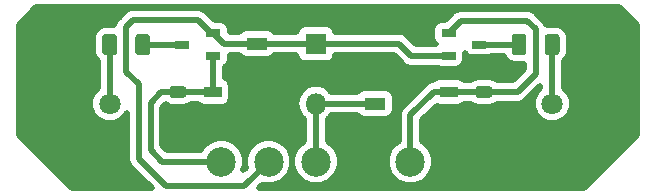
<source format=gbr>
G04 #@! TF.GenerationSoftware,KiCad,Pcbnew,(5.0.0)*
G04 #@! TF.CreationDate,2018-08-20T08:15:06+02:00*
G04 #@! TF.ProjectId,CockpitLED,436F636B7069744C45442E6B69636164,rev?*
G04 #@! TF.SameCoordinates,Original*
G04 #@! TF.FileFunction,Copper,L1,Top,Signal*
G04 #@! TF.FilePolarity,Positive*
%FSLAX46Y46*%
G04 Gerber Fmt 4.6, Leading zero omitted, Abs format (unit mm)*
G04 Created by KiCad (PCBNEW (5.0.0)) date 08/20/18 08:15:06*
%MOMM*%
%LPD*%
G01*
G04 APERTURE LIST*
G04 #@! TA.AperFunction,SMDPad,CuDef*
%ADD10R,1.500000X0.970000*%
G04 #@! TD*
G04 #@! TA.AperFunction,SMDPad,CuDef*
%ADD11R,1.800000X1.070000*%
G04 #@! TD*
G04 #@! TA.AperFunction,ComponentPad*
%ADD12R,1.800000X1.800000*%
G04 #@! TD*
G04 #@! TA.AperFunction,ComponentPad*
%ADD13O,1.800000X1.800000*%
G04 #@! TD*
G04 #@! TA.AperFunction,ComponentPad*
%ADD14C,1.800000*%
G04 #@! TD*
G04 #@! TA.AperFunction,SMDPad,CuDef*
%ADD15R,1.220000X0.650000*%
G04 #@! TD*
G04 #@! TA.AperFunction,Conductor*
%ADD16C,0.100000*%
G04 #@! TD*
G04 #@! TA.AperFunction,SMDPad,CuDef*
%ADD17C,0.975000*%
G04 #@! TD*
G04 #@! TA.AperFunction,SMDPad,CuDef*
%ADD18C,1.250000*%
G04 #@! TD*
G04 #@! TA.AperFunction,ComponentPad*
%ADD19C,2.499360*%
G04 #@! TD*
G04 #@! TA.AperFunction,Conductor*
%ADD20C,0.500000*%
G04 #@! TD*
G04 APERTURE END LIST*
D10*
G04 #@! TO.P,C4,2*
G04 #@! TO.N,GND*
X151230000Y-110905000D03*
G04 #@! TO.P,C4,1*
G04 #@! TO.N,/BMS*
X151230000Y-108995000D03*
G04 #@! TD*
D11*
G04 #@! TO.P,C2,2*
G04 #@! TO.N,GND*
X145000000Y-106990000D03*
G04 #@! TO.P,C2,1*
G04 #@! TO.N,+5V*
X145000000Y-110000000D03*
G04 #@! TD*
D10*
G04 #@! TO.P,C3,1*
G04 #@! TO.N,/IMD*
X131310000Y-108995000D03*
G04 #@! TO.P,C3,2*
G04 #@! TO.N,GND*
X131310000Y-110905000D03*
G04 #@! TD*
D12*
G04 #@! TO.P,U1,1*
G04 #@! TO.N,+12V*
X140000000Y-104920000D03*
D13*
G04 #@! TO.P,U1,2*
G04 #@! TO.N,GND*
X140000000Y-107460000D03*
G04 #@! TO.P,U1,3*
G04 #@! TO.N,+5V*
X140000000Y-110000000D03*
G04 #@! TD*
D11*
G04 #@! TO.P,C1,1*
G04 #@! TO.N,+12V*
X135000000Y-104920000D03*
G04 #@! TO.P,C1,2*
G04 #@! TO.N,GND*
X135000000Y-107930000D03*
G04 #@! TD*
D12*
G04 #@! TO.P,D1,1*
G04 #@! TO.N,GND*
X120000000Y-110000000D03*
D14*
G04 #@! TO.P,D1,2*
G04 #@! TO.N,Net-(D1-Pad2)*
X122540000Y-110000000D03*
G04 #@! TD*
G04 #@! TO.P,D2,2*
G04 #@! TO.N,Net-(D2-Pad2)*
X160000000Y-110000000D03*
D12*
G04 #@! TO.P,D2,1*
G04 #@! TO.N,GND*
X162540000Y-110000000D03*
G04 #@! TD*
D15*
G04 #@! TO.P,Q1,1*
G04 #@! TO.N,/IMD*
X131310000Y-105950000D03*
G04 #@! TO.P,Q1,2*
G04 #@! TO.N,+12V*
X131310000Y-104050000D03*
G04 #@! TO.P,Q1,3*
G04 #@! TO.N,Net-(Q1-Pad3)*
X128690000Y-105000000D03*
G04 #@! TD*
G04 #@! TO.P,Q2,3*
G04 #@! TO.N,Net-(Q2-Pad3)*
X153850000Y-105000000D03*
G04 #@! TO.P,Q2,2*
G04 #@! TO.N,+12V*
X151230000Y-105950000D03*
G04 #@! TO.P,Q2,1*
G04 #@! TO.N,/BMS*
X151230000Y-104050000D03*
G04 #@! TD*
D16*
G04 #@! TO.N,/IMD*
G04 #@! TO.C,R1*
G36*
X128790142Y-108526174D02*
X128813803Y-108529684D01*
X128837007Y-108535496D01*
X128859529Y-108543554D01*
X128881153Y-108553782D01*
X128901670Y-108566079D01*
X128920883Y-108580329D01*
X128938607Y-108596393D01*
X128954671Y-108614117D01*
X128968921Y-108633330D01*
X128981218Y-108653847D01*
X128991446Y-108675471D01*
X128999504Y-108697993D01*
X129005316Y-108721197D01*
X129008826Y-108744858D01*
X129010000Y-108768750D01*
X129010000Y-109256250D01*
X129008826Y-109280142D01*
X129005316Y-109303803D01*
X128999504Y-109327007D01*
X128991446Y-109349529D01*
X128981218Y-109371153D01*
X128968921Y-109391670D01*
X128954671Y-109410883D01*
X128938607Y-109428607D01*
X128920883Y-109444671D01*
X128901670Y-109458921D01*
X128881153Y-109471218D01*
X128859529Y-109481446D01*
X128837007Y-109489504D01*
X128813803Y-109495316D01*
X128790142Y-109498826D01*
X128766250Y-109500000D01*
X127853750Y-109500000D01*
X127829858Y-109498826D01*
X127806197Y-109495316D01*
X127782993Y-109489504D01*
X127760471Y-109481446D01*
X127738847Y-109471218D01*
X127718330Y-109458921D01*
X127699117Y-109444671D01*
X127681393Y-109428607D01*
X127665329Y-109410883D01*
X127651079Y-109391670D01*
X127638782Y-109371153D01*
X127628554Y-109349529D01*
X127620496Y-109327007D01*
X127614684Y-109303803D01*
X127611174Y-109280142D01*
X127610000Y-109256250D01*
X127610000Y-108768750D01*
X127611174Y-108744858D01*
X127614684Y-108721197D01*
X127620496Y-108697993D01*
X127628554Y-108675471D01*
X127638782Y-108653847D01*
X127651079Y-108633330D01*
X127665329Y-108614117D01*
X127681393Y-108596393D01*
X127699117Y-108580329D01*
X127718330Y-108566079D01*
X127738847Y-108553782D01*
X127760471Y-108543554D01*
X127782993Y-108535496D01*
X127806197Y-108529684D01*
X127829858Y-108526174D01*
X127853750Y-108525000D01*
X128766250Y-108525000D01*
X128790142Y-108526174D01*
X128790142Y-108526174D01*
G37*
D17*
G04 #@! TD*
G04 #@! TO.P,R1,1*
G04 #@! TO.N,/IMD*
X128310000Y-109012500D03*
D16*
G04 #@! TO.N,GND*
G04 #@! TO.C,R1*
G36*
X128790142Y-110401174D02*
X128813803Y-110404684D01*
X128837007Y-110410496D01*
X128859529Y-110418554D01*
X128881153Y-110428782D01*
X128901670Y-110441079D01*
X128920883Y-110455329D01*
X128938607Y-110471393D01*
X128954671Y-110489117D01*
X128968921Y-110508330D01*
X128981218Y-110528847D01*
X128991446Y-110550471D01*
X128999504Y-110572993D01*
X129005316Y-110596197D01*
X129008826Y-110619858D01*
X129010000Y-110643750D01*
X129010000Y-111131250D01*
X129008826Y-111155142D01*
X129005316Y-111178803D01*
X128999504Y-111202007D01*
X128991446Y-111224529D01*
X128981218Y-111246153D01*
X128968921Y-111266670D01*
X128954671Y-111285883D01*
X128938607Y-111303607D01*
X128920883Y-111319671D01*
X128901670Y-111333921D01*
X128881153Y-111346218D01*
X128859529Y-111356446D01*
X128837007Y-111364504D01*
X128813803Y-111370316D01*
X128790142Y-111373826D01*
X128766250Y-111375000D01*
X127853750Y-111375000D01*
X127829858Y-111373826D01*
X127806197Y-111370316D01*
X127782993Y-111364504D01*
X127760471Y-111356446D01*
X127738847Y-111346218D01*
X127718330Y-111333921D01*
X127699117Y-111319671D01*
X127681393Y-111303607D01*
X127665329Y-111285883D01*
X127651079Y-111266670D01*
X127638782Y-111246153D01*
X127628554Y-111224529D01*
X127620496Y-111202007D01*
X127614684Y-111178803D01*
X127611174Y-111155142D01*
X127610000Y-111131250D01*
X127610000Y-110643750D01*
X127611174Y-110619858D01*
X127614684Y-110596197D01*
X127620496Y-110572993D01*
X127628554Y-110550471D01*
X127638782Y-110528847D01*
X127651079Y-110508330D01*
X127665329Y-110489117D01*
X127681393Y-110471393D01*
X127699117Y-110455329D01*
X127718330Y-110441079D01*
X127738847Y-110428782D01*
X127760471Y-110418554D01*
X127782993Y-110410496D01*
X127806197Y-110404684D01*
X127829858Y-110401174D01*
X127853750Y-110400000D01*
X128766250Y-110400000D01*
X128790142Y-110401174D01*
X128790142Y-110401174D01*
G37*
D17*
G04 #@! TD*
G04 #@! TO.P,R1,2*
G04 #@! TO.N,GND*
X128310000Y-110887500D03*
D16*
G04 #@! TO.N,Net-(Q1-Pad3)*
G04 #@! TO.C,R2*
G36*
X125739504Y-104126204D02*
X125763773Y-104129804D01*
X125787571Y-104135765D01*
X125810671Y-104144030D01*
X125832849Y-104154520D01*
X125853893Y-104167133D01*
X125873598Y-104181747D01*
X125891777Y-104198223D01*
X125908253Y-104216402D01*
X125922867Y-104236107D01*
X125935480Y-104257151D01*
X125945970Y-104279329D01*
X125954235Y-104302429D01*
X125960196Y-104326227D01*
X125963796Y-104350496D01*
X125965000Y-104375000D01*
X125965000Y-105625000D01*
X125963796Y-105649504D01*
X125960196Y-105673773D01*
X125954235Y-105697571D01*
X125945970Y-105720671D01*
X125935480Y-105742849D01*
X125922867Y-105763893D01*
X125908253Y-105783598D01*
X125891777Y-105801777D01*
X125873598Y-105818253D01*
X125853893Y-105832867D01*
X125832849Y-105845480D01*
X125810671Y-105855970D01*
X125787571Y-105864235D01*
X125763773Y-105870196D01*
X125739504Y-105873796D01*
X125715000Y-105875000D01*
X124965000Y-105875000D01*
X124940496Y-105873796D01*
X124916227Y-105870196D01*
X124892429Y-105864235D01*
X124869329Y-105855970D01*
X124847151Y-105845480D01*
X124826107Y-105832867D01*
X124806402Y-105818253D01*
X124788223Y-105801777D01*
X124771747Y-105783598D01*
X124757133Y-105763893D01*
X124744520Y-105742849D01*
X124734030Y-105720671D01*
X124725765Y-105697571D01*
X124719804Y-105673773D01*
X124716204Y-105649504D01*
X124715000Y-105625000D01*
X124715000Y-104375000D01*
X124716204Y-104350496D01*
X124719804Y-104326227D01*
X124725765Y-104302429D01*
X124734030Y-104279329D01*
X124744520Y-104257151D01*
X124757133Y-104236107D01*
X124771747Y-104216402D01*
X124788223Y-104198223D01*
X124806402Y-104181747D01*
X124826107Y-104167133D01*
X124847151Y-104154520D01*
X124869329Y-104144030D01*
X124892429Y-104135765D01*
X124916227Y-104129804D01*
X124940496Y-104126204D01*
X124965000Y-104125000D01*
X125715000Y-104125000D01*
X125739504Y-104126204D01*
X125739504Y-104126204D01*
G37*
D18*
G04 #@! TD*
G04 #@! TO.P,R2,1*
G04 #@! TO.N,Net-(Q1-Pad3)*
X125340000Y-105000000D03*
D16*
G04 #@! TO.N,Net-(D1-Pad2)*
G04 #@! TO.C,R2*
G36*
X122939504Y-104126204D02*
X122963773Y-104129804D01*
X122987571Y-104135765D01*
X123010671Y-104144030D01*
X123032849Y-104154520D01*
X123053893Y-104167133D01*
X123073598Y-104181747D01*
X123091777Y-104198223D01*
X123108253Y-104216402D01*
X123122867Y-104236107D01*
X123135480Y-104257151D01*
X123145970Y-104279329D01*
X123154235Y-104302429D01*
X123160196Y-104326227D01*
X123163796Y-104350496D01*
X123165000Y-104375000D01*
X123165000Y-105625000D01*
X123163796Y-105649504D01*
X123160196Y-105673773D01*
X123154235Y-105697571D01*
X123145970Y-105720671D01*
X123135480Y-105742849D01*
X123122867Y-105763893D01*
X123108253Y-105783598D01*
X123091777Y-105801777D01*
X123073598Y-105818253D01*
X123053893Y-105832867D01*
X123032849Y-105845480D01*
X123010671Y-105855970D01*
X122987571Y-105864235D01*
X122963773Y-105870196D01*
X122939504Y-105873796D01*
X122915000Y-105875000D01*
X122165000Y-105875000D01*
X122140496Y-105873796D01*
X122116227Y-105870196D01*
X122092429Y-105864235D01*
X122069329Y-105855970D01*
X122047151Y-105845480D01*
X122026107Y-105832867D01*
X122006402Y-105818253D01*
X121988223Y-105801777D01*
X121971747Y-105783598D01*
X121957133Y-105763893D01*
X121944520Y-105742849D01*
X121934030Y-105720671D01*
X121925765Y-105697571D01*
X121919804Y-105673773D01*
X121916204Y-105649504D01*
X121915000Y-105625000D01*
X121915000Y-104375000D01*
X121916204Y-104350496D01*
X121919804Y-104326227D01*
X121925765Y-104302429D01*
X121934030Y-104279329D01*
X121944520Y-104257151D01*
X121957133Y-104236107D01*
X121971747Y-104216402D01*
X121988223Y-104198223D01*
X122006402Y-104181747D01*
X122026107Y-104167133D01*
X122047151Y-104154520D01*
X122069329Y-104144030D01*
X122092429Y-104135765D01*
X122116227Y-104129804D01*
X122140496Y-104126204D01*
X122165000Y-104125000D01*
X122915000Y-104125000D01*
X122939504Y-104126204D01*
X122939504Y-104126204D01*
G37*
D18*
G04 #@! TD*
G04 #@! TO.P,R2,2*
G04 #@! TO.N,Net-(D1-Pad2)*
X122540000Y-105000000D03*
D16*
G04 #@! TO.N,GND*
G04 #@! TO.C,R3*
G36*
X154710142Y-110401174D02*
X154733803Y-110404684D01*
X154757007Y-110410496D01*
X154779529Y-110418554D01*
X154801153Y-110428782D01*
X154821670Y-110441079D01*
X154840883Y-110455329D01*
X154858607Y-110471393D01*
X154874671Y-110489117D01*
X154888921Y-110508330D01*
X154901218Y-110528847D01*
X154911446Y-110550471D01*
X154919504Y-110572993D01*
X154925316Y-110596197D01*
X154928826Y-110619858D01*
X154930000Y-110643750D01*
X154930000Y-111131250D01*
X154928826Y-111155142D01*
X154925316Y-111178803D01*
X154919504Y-111202007D01*
X154911446Y-111224529D01*
X154901218Y-111246153D01*
X154888921Y-111266670D01*
X154874671Y-111285883D01*
X154858607Y-111303607D01*
X154840883Y-111319671D01*
X154821670Y-111333921D01*
X154801153Y-111346218D01*
X154779529Y-111356446D01*
X154757007Y-111364504D01*
X154733803Y-111370316D01*
X154710142Y-111373826D01*
X154686250Y-111375000D01*
X153773750Y-111375000D01*
X153749858Y-111373826D01*
X153726197Y-111370316D01*
X153702993Y-111364504D01*
X153680471Y-111356446D01*
X153658847Y-111346218D01*
X153638330Y-111333921D01*
X153619117Y-111319671D01*
X153601393Y-111303607D01*
X153585329Y-111285883D01*
X153571079Y-111266670D01*
X153558782Y-111246153D01*
X153548554Y-111224529D01*
X153540496Y-111202007D01*
X153534684Y-111178803D01*
X153531174Y-111155142D01*
X153530000Y-111131250D01*
X153530000Y-110643750D01*
X153531174Y-110619858D01*
X153534684Y-110596197D01*
X153540496Y-110572993D01*
X153548554Y-110550471D01*
X153558782Y-110528847D01*
X153571079Y-110508330D01*
X153585329Y-110489117D01*
X153601393Y-110471393D01*
X153619117Y-110455329D01*
X153638330Y-110441079D01*
X153658847Y-110428782D01*
X153680471Y-110418554D01*
X153702993Y-110410496D01*
X153726197Y-110404684D01*
X153749858Y-110401174D01*
X153773750Y-110400000D01*
X154686250Y-110400000D01*
X154710142Y-110401174D01*
X154710142Y-110401174D01*
G37*
D17*
G04 #@! TD*
G04 #@! TO.P,R3,2*
G04 #@! TO.N,GND*
X154230000Y-110887500D03*
D16*
G04 #@! TO.N,/BMS*
G04 #@! TO.C,R3*
G36*
X154710142Y-108526174D02*
X154733803Y-108529684D01*
X154757007Y-108535496D01*
X154779529Y-108543554D01*
X154801153Y-108553782D01*
X154821670Y-108566079D01*
X154840883Y-108580329D01*
X154858607Y-108596393D01*
X154874671Y-108614117D01*
X154888921Y-108633330D01*
X154901218Y-108653847D01*
X154911446Y-108675471D01*
X154919504Y-108697993D01*
X154925316Y-108721197D01*
X154928826Y-108744858D01*
X154930000Y-108768750D01*
X154930000Y-109256250D01*
X154928826Y-109280142D01*
X154925316Y-109303803D01*
X154919504Y-109327007D01*
X154911446Y-109349529D01*
X154901218Y-109371153D01*
X154888921Y-109391670D01*
X154874671Y-109410883D01*
X154858607Y-109428607D01*
X154840883Y-109444671D01*
X154821670Y-109458921D01*
X154801153Y-109471218D01*
X154779529Y-109481446D01*
X154757007Y-109489504D01*
X154733803Y-109495316D01*
X154710142Y-109498826D01*
X154686250Y-109500000D01*
X153773750Y-109500000D01*
X153749858Y-109498826D01*
X153726197Y-109495316D01*
X153702993Y-109489504D01*
X153680471Y-109481446D01*
X153658847Y-109471218D01*
X153638330Y-109458921D01*
X153619117Y-109444671D01*
X153601393Y-109428607D01*
X153585329Y-109410883D01*
X153571079Y-109391670D01*
X153558782Y-109371153D01*
X153548554Y-109349529D01*
X153540496Y-109327007D01*
X153534684Y-109303803D01*
X153531174Y-109280142D01*
X153530000Y-109256250D01*
X153530000Y-108768750D01*
X153531174Y-108744858D01*
X153534684Y-108721197D01*
X153540496Y-108697993D01*
X153548554Y-108675471D01*
X153558782Y-108653847D01*
X153571079Y-108633330D01*
X153585329Y-108614117D01*
X153601393Y-108596393D01*
X153619117Y-108580329D01*
X153638330Y-108566079D01*
X153658847Y-108553782D01*
X153680471Y-108543554D01*
X153702993Y-108535496D01*
X153726197Y-108529684D01*
X153749858Y-108526174D01*
X153773750Y-108525000D01*
X154686250Y-108525000D01*
X154710142Y-108526174D01*
X154710142Y-108526174D01*
G37*
D17*
G04 #@! TD*
G04 #@! TO.P,R3,1*
G04 #@! TO.N,/BMS*
X154230000Y-109012500D03*
D16*
G04 #@! TO.N,Net-(D2-Pad2)*
G04 #@! TO.C,R4*
G36*
X160399504Y-104126204D02*
X160423773Y-104129804D01*
X160447571Y-104135765D01*
X160470671Y-104144030D01*
X160492849Y-104154520D01*
X160513893Y-104167133D01*
X160533598Y-104181747D01*
X160551777Y-104198223D01*
X160568253Y-104216402D01*
X160582867Y-104236107D01*
X160595480Y-104257151D01*
X160605970Y-104279329D01*
X160614235Y-104302429D01*
X160620196Y-104326227D01*
X160623796Y-104350496D01*
X160625000Y-104375000D01*
X160625000Y-105625000D01*
X160623796Y-105649504D01*
X160620196Y-105673773D01*
X160614235Y-105697571D01*
X160605970Y-105720671D01*
X160595480Y-105742849D01*
X160582867Y-105763893D01*
X160568253Y-105783598D01*
X160551777Y-105801777D01*
X160533598Y-105818253D01*
X160513893Y-105832867D01*
X160492849Y-105845480D01*
X160470671Y-105855970D01*
X160447571Y-105864235D01*
X160423773Y-105870196D01*
X160399504Y-105873796D01*
X160375000Y-105875000D01*
X159625000Y-105875000D01*
X159600496Y-105873796D01*
X159576227Y-105870196D01*
X159552429Y-105864235D01*
X159529329Y-105855970D01*
X159507151Y-105845480D01*
X159486107Y-105832867D01*
X159466402Y-105818253D01*
X159448223Y-105801777D01*
X159431747Y-105783598D01*
X159417133Y-105763893D01*
X159404520Y-105742849D01*
X159394030Y-105720671D01*
X159385765Y-105697571D01*
X159379804Y-105673773D01*
X159376204Y-105649504D01*
X159375000Y-105625000D01*
X159375000Y-104375000D01*
X159376204Y-104350496D01*
X159379804Y-104326227D01*
X159385765Y-104302429D01*
X159394030Y-104279329D01*
X159404520Y-104257151D01*
X159417133Y-104236107D01*
X159431747Y-104216402D01*
X159448223Y-104198223D01*
X159466402Y-104181747D01*
X159486107Y-104167133D01*
X159507151Y-104154520D01*
X159529329Y-104144030D01*
X159552429Y-104135765D01*
X159576227Y-104129804D01*
X159600496Y-104126204D01*
X159625000Y-104125000D01*
X160375000Y-104125000D01*
X160399504Y-104126204D01*
X160399504Y-104126204D01*
G37*
D18*
G04 #@! TD*
G04 #@! TO.P,R4,2*
G04 #@! TO.N,Net-(D2-Pad2)*
X160000000Y-105000000D03*
D16*
G04 #@! TO.N,Net-(Q2-Pad3)*
G04 #@! TO.C,R4*
G36*
X157599504Y-104126204D02*
X157623773Y-104129804D01*
X157647571Y-104135765D01*
X157670671Y-104144030D01*
X157692849Y-104154520D01*
X157713893Y-104167133D01*
X157733598Y-104181747D01*
X157751777Y-104198223D01*
X157768253Y-104216402D01*
X157782867Y-104236107D01*
X157795480Y-104257151D01*
X157805970Y-104279329D01*
X157814235Y-104302429D01*
X157820196Y-104326227D01*
X157823796Y-104350496D01*
X157825000Y-104375000D01*
X157825000Y-105625000D01*
X157823796Y-105649504D01*
X157820196Y-105673773D01*
X157814235Y-105697571D01*
X157805970Y-105720671D01*
X157795480Y-105742849D01*
X157782867Y-105763893D01*
X157768253Y-105783598D01*
X157751777Y-105801777D01*
X157733598Y-105818253D01*
X157713893Y-105832867D01*
X157692849Y-105845480D01*
X157670671Y-105855970D01*
X157647571Y-105864235D01*
X157623773Y-105870196D01*
X157599504Y-105873796D01*
X157575000Y-105875000D01*
X156825000Y-105875000D01*
X156800496Y-105873796D01*
X156776227Y-105870196D01*
X156752429Y-105864235D01*
X156729329Y-105855970D01*
X156707151Y-105845480D01*
X156686107Y-105832867D01*
X156666402Y-105818253D01*
X156648223Y-105801777D01*
X156631747Y-105783598D01*
X156617133Y-105763893D01*
X156604520Y-105742849D01*
X156594030Y-105720671D01*
X156585765Y-105697571D01*
X156579804Y-105673773D01*
X156576204Y-105649504D01*
X156575000Y-105625000D01*
X156575000Y-104375000D01*
X156576204Y-104350496D01*
X156579804Y-104326227D01*
X156585765Y-104302429D01*
X156594030Y-104279329D01*
X156604520Y-104257151D01*
X156617133Y-104236107D01*
X156631747Y-104216402D01*
X156648223Y-104198223D01*
X156666402Y-104181747D01*
X156686107Y-104167133D01*
X156707151Y-104154520D01*
X156729329Y-104144030D01*
X156752429Y-104135765D01*
X156776227Y-104129804D01*
X156800496Y-104126204D01*
X156825000Y-104125000D01*
X157575000Y-104125000D01*
X157599504Y-104126204D01*
X157599504Y-104126204D01*
G37*
D18*
G04 #@! TD*
G04 #@! TO.P,R4,1*
G04 #@! TO.N,Net-(Q2-Pad3)*
X157200000Y-105000000D03*
D19*
G04 #@! TO.P,REF\002A\002A,1*
G04 #@! TO.N,/BMS*
X148000000Y-114920000D03*
G04 #@! TD*
G04 #@! TO.P,REF\002A\002A,1*
G04 #@! TO.N,GND*
X144000000Y-114920000D03*
G04 #@! TD*
G04 #@! TO.P,REF\002A\002A,1*
G04 #@! TO.N,+5V*
X140000000Y-114920000D03*
G04 #@! TD*
G04 #@! TO.P,REF\002A\002A,1*
G04 #@! TO.N,/IMD*
X132000000Y-114920000D03*
G04 #@! TD*
G04 #@! TO.P,REF\002A\002A,1*
G04 #@! TO.N,+12V*
X136000000Y-114920000D03*
G04 #@! TD*
D20*
G04 #@! TO.N,GND*
X131292500Y-110887500D02*
X131310000Y-110905000D01*
X128310000Y-110887500D02*
X131292500Y-110887500D01*
X140470000Y-106990000D02*
X140000000Y-107460000D01*
X145000000Y-106990000D02*
X140470000Y-106990000D01*
X154212500Y-110905000D02*
X154230000Y-110887500D01*
X151230000Y-110905000D02*
X154212500Y-110905000D01*
X154230000Y-110887500D02*
X157967500Y-110887500D01*
X157967500Y-110887500D02*
X159000000Y-111920000D01*
X159000000Y-111920000D02*
X162000000Y-111920000D01*
X162540000Y-111380000D02*
X162000000Y-111920000D01*
X162540000Y-110000000D02*
X162540000Y-111380000D01*
X139530000Y-107930000D02*
X140000000Y-107460000D01*
X135000000Y-107930000D02*
X139530000Y-107930000D01*
X162540000Y-104460000D02*
X162540000Y-110000000D01*
X160000000Y-101920000D02*
X162540000Y-104460000D01*
X123000000Y-101920000D02*
X160000000Y-101920000D01*
X120000000Y-110000000D02*
X120000000Y-104920000D01*
X120000000Y-104920000D02*
X123000000Y-101920000D01*
X132025000Y-110905000D02*
X135000000Y-107930000D01*
X131310000Y-110905000D02*
X132025000Y-110905000D01*
X145990000Y-106990000D02*
X145000000Y-106990000D01*
X147000000Y-108000000D02*
X145990000Y-106990000D01*
X147000000Y-111000000D02*
X147000000Y-108000000D01*
X144000000Y-114920000D02*
X144000000Y-114000000D01*
X144000000Y-114000000D02*
X147000000Y-111000000D01*
X144000000Y-114920000D02*
X144000000Y-115000000D01*
X144000000Y-115000000D02*
X146000000Y-117000000D01*
X146000000Y-117000000D02*
X150000000Y-117000000D01*
X151230000Y-115770000D02*
X151230000Y-110905000D01*
X150000000Y-117000000D02*
X151230000Y-115770000D01*
G04 #@! TO.N,Net-(D1-Pad2)*
X122540000Y-110000000D02*
X122540000Y-105000000D01*
G04 #@! TO.N,Net-(D2-Pad2)*
X160000000Y-105000000D02*
X160000000Y-110000000D01*
G04 #@! TO.N,+12V*
X135000000Y-104920000D02*
X140000000Y-104920000D01*
X132180000Y-104920000D02*
X131310000Y-104050000D01*
X135000000Y-104920000D02*
X132180000Y-104920000D01*
X140000000Y-104920000D02*
X147000000Y-104920000D01*
X148030000Y-105950000D02*
X151230000Y-105950000D01*
X147000000Y-104920000D02*
X148030000Y-105950000D01*
X133920000Y-117000000D02*
X136000000Y-114920000D01*
X125000000Y-114660000D02*
X127340000Y-117000000D01*
X127340000Y-117000000D02*
X133920000Y-117000000D01*
X131310000Y-104050000D02*
X131130000Y-104050000D01*
X125000000Y-108360000D02*
X125000000Y-114660000D01*
X130000000Y-102920000D02*
X124520000Y-102920000D01*
X131130000Y-104050000D02*
X130000000Y-102920000D01*
X124520000Y-102920000D02*
X123940000Y-103500000D01*
X123940000Y-103500000D02*
X123940000Y-107300000D01*
X123940000Y-107300000D02*
X125000000Y-108360000D01*
G04 #@! TO.N,/IMD*
X131310000Y-108995000D02*
X131310000Y-105950000D01*
X128327500Y-108995000D02*
X128310000Y-109012500D01*
X131310000Y-108995000D02*
X128327500Y-108995000D01*
X128310000Y-109012500D02*
X126907500Y-109012500D01*
X126907500Y-109012500D02*
X126000000Y-109920000D01*
X126000000Y-109920000D02*
X126000000Y-113920000D01*
X127000000Y-114920000D02*
X132000000Y-114920000D01*
X126000000Y-113920000D02*
X127000000Y-114920000D01*
G04 #@! TO.N,/BMS*
X154212500Y-108995000D02*
X154230000Y-109012500D01*
X151230000Y-108995000D02*
X154212500Y-108995000D01*
X154230000Y-109012500D02*
X157087500Y-109012500D01*
X157087500Y-109012500D02*
X158600000Y-107500000D01*
X158600000Y-107500000D02*
X158600000Y-103700000D01*
X158600000Y-103700000D02*
X157900000Y-103000000D01*
X152280000Y-103000000D02*
X151230000Y-104050000D01*
X157900000Y-103000000D02*
X152280000Y-103000000D01*
X148000000Y-114920000D02*
X148000000Y-111000000D01*
X150005000Y-108995000D02*
X151230000Y-108995000D01*
X148000000Y-111000000D02*
X150005000Y-108995000D01*
G04 #@! TO.N,Net-(Q1-Pad3)*
X125340000Y-105000000D02*
X128690000Y-105000000D01*
G04 #@! TO.N,Net-(Q2-Pad3)*
X155205001Y-105000000D02*
X157200000Y-105000000D01*
X153850000Y-105000000D02*
X155205001Y-105000000D01*
G04 #@! TO.N,+5V*
X140000000Y-110000000D02*
X145000000Y-110000000D01*
X140000000Y-114920000D02*
X140000000Y-110000000D01*
G04 #@! TD*
G04 #@! TO.N,GND*
G36*
X167175000Y-103341727D02*
X167175001Y-112658273D01*
X162658275Y-117175000D01*
X135159212Y-117175000D01*
X135469510Y-116864702D01*
X135602239Y-116919680D01*
X136397761Y-116919680D01*
X137132728Y-116615247D01*
X137695247Y-116052728D01*
X137999680Y-115317761D01*
X137999680Y-114522239D01*
X138000320Y-114522239D01*
X138000320Y-115317761D01*
X138304753Y-116052728D01*
X138867272Y-116615247D01*
X139602239Y-116919680D01*
X140397761Y-116919680D01*
X141132728Y-116615247D01*
X141695247Y-116052728D01*
X141999680Y-115317761D01*
X141999680Y-114522239D01*
X141695247Y-113787272D01*
X141132728Y-113224753D01*
X141000000Y-113169775D01*
X141000000Y-111316259D01*
X141189583Y-111189583D01*
X141316259Y-111000000D01*
X143508686Y-111000000D01*
X143559280Y-111075720D01*
X143807365Y-111241484D01*
X144100000Y-111299693D01*
X145900000Y-111299693D01*
X146192635Y-111241484D01*
X146440720Y-111075720D01*
X146606484Y-110827635D01*
X146664693Y-110535000D01*
X146664693Y-109465000D01*
X146606484Y-109172365D01*
X146440720Y-108924280D01*
X146192635Y-108758516D01*
X145900000Y-108700307D01*
X144100000Y-108700307D01*
X143807365Y-108758516D01*
X143559280Y-108924280D01*
X143508686Y-109000000D01*
X141316259Y-109000000D01*
X141189583Y-108810417D01*
X140643798Y-108445734D01*
X140162509Y-108350000D01*
X139837491Y-108350000D01*
X139356202Y-108445734D01*
X138810417Y-108810417D01*
X138445734Y-109356202D01*
X138317675Y-110000000D01*
X138445734Y-110643798D01*
X138810417Y-111189583D01*
X139000001Y-111316259D01*
X139000000Y-113169775D01*
X138867272Y-113224753D01*
X138304753Y-113787272D01*
X138000320Y-114522239D01*
X137999680Y-114522239D01*
X137695247Y-113787272D01*
X137132728Y-113224753D01*
X136397761Y-112920320D01*
X135602239Y-112920320D01*
X134867272Y-113224753D01*
X134304753Y-113787272D01*
X134000320Y-114522239D01*
X134000320Y-115317761D01*
X134055298Y-115450490D01*
X133866499Y-115639289D01*
X133999680Y-115317761D01*
X133999680Y-114522239D01*
X133695247Y-113787272D01*
X133132728Y-113224753D01*
X132397761Y-112920320D01*
X131602239Y-112920320D01*
X130867272Y-113224753D01*
X130304753Y-113787272D01*
X130249775Y-113920000D01*
X127414213Y-113920000D01*
X127000000Y-113505787D01*
X127000000Y-110334212D01*
X127275079Y-110059134D01*
X127467836Y-110187930D01*
X127853750Y-110264693D01*
X128766250Y-110264693D01*
X129152164Y-110187930D01*
X129440905Y-109995000D01*
X130002095Y-109995000D01*
X130019280Y-110020720D01*
X130267365Y-110186484D01*
X130560000Y-110244693D01*
X132060000Y-110244693D01*
X132352635Y-110186484D01*
X132600720Y-110020720D01*
X132766484Y-109772635D01*
X132824693Y-109480000D01*
X132824693Y-108510000D01*
X132766484Y-108217365D01*
X132600720Y-107969280D01*
X132352635Y-107803516D01*
X132310000Y-107795035D01*
X132310000Y-106916427D01*
X132460720Y-106815720D01*
X132626484Y-106567635D01*
X132684693Y-106275000D01*
X132684693Y-105920000D01*
X133508686Y-105920000D01*
X133559280Y-105995720D01*
X133807365Y-106161484D01*
X134100000Y-106219693D01*
X135900000Y-106219693D01*
X136192635Y-106161484D01*
X136440720Y-105995720D01*
X136491314Y-105920000D01*
X138355198Y-105920000D01*
X138393516Y-106112635D01*
X138559280Y-106360720D01*
X138807365Y-106526484D01*
X139100000Y-106584693D01*
X140900000Y-106584693D01*
X141192635Y-106526484D01*
X141440720Y-106360720D01*
X141606484Y-106112635D01*
X141644802Y-105920000D01*
X146585788Y-105920000D01*
X147253247Y-106587460D01*
X147309040Y-106670960D01*
X147639819Y-106891979D01*
X148030000Y-106969591D01*
X148128490Y-106950000D01*
X150280246Y-106950000D01*
X150327365Y-106981484D01*
X150620000Y-107039693D01*
X151840000Y-107039693D01*
X152132635Y-106981484D01*
X152380720Y-106815720D01*
X152546484Y-106567635D01*
X152604693Y-106275000D01*
X152604693Y-105724160D01*
X152699280Y-105865720D01*
X152947365Y-106031484D01*
X153240000Y-106089693D01*
X154460000Y-106089693D01*
X154752635Y-106031484D01*
X154799754Y-106000000D01*
X155884899Y-106000000D01*
X155887546Y-106013306D01*
X156107504Y-106342496D01*
X156436694Y-106562454D01*
X156825000Y-106639693D01*
X157575000Y-106639693D01*
X157600000Y-106634720D01*
X157600000Y-107085787D01*
X156673288Y-108012500D01*
X155334714Y-108012500D01*
X155072164Y-107837070D01*
X154686250Y-107760307D01*
X153773750Y-107760307D01*
X153387836Y-107837070D01*
X153151477Y-107995000D01*
X152537905Y-107995000D01*
X152520720Y-107969280D01*
X152272635Y-107803516D01*
X151980000Y-107745307D01*
X150480000Y-107745307D01*
X150187365Y-107803516D01*
X149939280Y-107969280D01*
X149924484Y-107991425D01*
X149776000Y-108020960D01*
X149614819Y-108053021D01*
X149284040Y-108274040D01*
X149228247Y-108357540D01*
X147362540Y-110223248D01*
X147279041Y-110279040D01*
X147108014Y-110535000D01*
X147058021Y-110609820D01*
X146980409Y-111000000D01*
X147000001Y-111098495D01*
X147000000Y-113169775D01*
X146867272Y-113224753D01*
X146304753Y-113787272D01*
X146000320Y-114522239D01*
X146000320Y-115317761D01*
X146304753Y-116052728D01*
X146867272Y-116615247D01*
X147602239Y-116919680D01*
X148397761Y-116919680D01*
X149132728Y-116615247D01*
X149695247Y-116052728D01*
X149999680Y-115317761D01*
X149999680Y-114522239D01*
X149695247Y-113787272D01*
X149132728Y-113224753D01*
X149000000Y-113169775D01*
X149000000Y-111414212D01*
X150221032Y-110193181D01*
X150480000Y-110244693D01*
X151980000Y-110244693D01*
X152272635Y-110186484D01*
X152520720Y-110020720D01*
X152537905Y-109995000D01*
X153099095Y-109995000D01*
X153387836Y-110187930D01*
X153773750Y-110264693D01*
X154686250Y-110264693D01*
X155072164Y-110187930D01*
X155334714Y-110012500D01*
X156989010Y-110012500D01*
X157087500Y-110032091D01*
X157185990Y-110012500D01*
X157477681Y-109954479D01*
X157808460Y-109733460D01*
X157864254Y-109649958D01*
X159000001Y-108514212D01*
X159000001Y-108666547D01*
X158601198Y-109065350D01*
X158350000Y-109671795D01*
X158350000Y-110328205D01*
X158601198Y-110934650D01*
X159065350Y-111398802D01*
X159671795Y-111650000D01*
X160328205Y-111650000D01*
X160934650Y-111398802D01*
X161398802Y-110934650D01*
X161650000Y-110328205D01*
X161650000Y-109671795D01*
X161398802Y-109065350D01*
X161000000Y-108666548D01*
X161000000Y-106404300D01*
X161092496Y-106342496D01*
X161312454Y-106013306D01*
X161389693Y-105625000D01*
X161389693Y-104375000D01*
X161312454Y-103986694D01*
X161092496Y-103657504D01*
X160763306Y-103437546D01*
X160375000Y-103360307D01*
X159625000Y-103360307D01*
X159554799Y-103374271D01*
X159541979Y-103309819D01*
X159505555Y-103255307D01*
X159320960Y-102979040D01*
X159237463Y-102923249D01*
X158676754Y-102362541D01*
X158620960Y-102279040D01*
X158290181Y-102058021D01*
X157998490Y-102000000D01*
X157900000Y-101980409D01*
X157801510Y-102000000D01*
X152378489Y-102000000D01*
X152279999Y-101980409D01*
X151889819Y-102058021D01*
X151559040Y-102279040D01*
X151503249Y-102362537D01*
X150905480Y-102960307D01*
X150620000Y-102960307D01*
X150327365Y-103018516D01*
X150079280Y-103184280D01*
X149913516Y-103432365D01*
X149855307Y-103725000D01*
X149855307Y-104375000D01*
X149913516Y-104667635D01*
X150079280Y-104915720D01*
X150130584Y-104950000D01*
X148444213Y-104950000D01*
X147776754Y-104282542D01*
X147720960Y-104199040D01*
X147390181Y-103978021D01*
X147098490Y-103920000D01*
X147000000Y-103900409D01*
X146901510Y-103920000D01*
X141644802Y-103920000D01*
X141606484Y-103727365D01*
X141440720Y-103479280D01*
X141192635Y-103313516D01*
X140900000Y-103255307D01*
X139100000Y-103255307D01*
X138807365Y-103313516D01*
X138559280Y-103479280D01*
X138393516Y-103727365D01*
X138355198Y-103920000D01*
X136491314Y-103920000D01*
X136440720Y-103844280D01*
X136192635Y-103678516D01*
X135900000Y-103620307D01*
X134100000Y-103620307D01*
X133807365Y-103678516D01*
X133559280Y-103844280D01*
X133508686Y-103920000D01*
X132684693Y-103920000D01*
X132684693Y-103725000D01*
X132626484Y-103432365D01*
X132460720Y-103184280D01*
X132212635Y-103018516D01*
X131920000Y-102960307D01*
X131454520Y-102960307D01*
X130776754Y-102282542D01*
X130720960Y-102199040D01*
X130390181Y-101978021D01*
X130098490Y-101920000D01*
X130000000Y-101900409D01*
X129901510Y-101920000D01*
X124618490Y-101920000D01*
X124520000Y-101900409D01*
X124421510Y-101920000D01*
X124129819Y-101978021D01*
X123799040Y-102199040D01*
X123743246Y-102282542D01*
X123302542Y-102723246D01*
X123219040Y-102779040D01*
X123029616Y-103062535D01*
X122998021Y-103109820D01*
X122946932Y-103366659D01*
X122915000Y-103360307D01*
X122165000Y-103360307D01*
X121776694Y-103437546D01*
X121447504Y-103657504D01*
X121227546Y-103986694D01*
X121150307Y-104375000D01*
X121150307Y-105625000D01*
X121227546Y-106013306D01*
X121447504Y-106342496D01*
X121540001Y-106404300D01*
X121540000Y-108666548D01*
X121141198Y-109065350D01*
X120890000Y-109671795D01*
X120890000Y-110328205D01*
X121141198Y-110934650D01*
X121605350Y-111398802D01*
X122211795Y-111650000D01*
X122868205Y-111650000D01*
X123474650Y-111398802D01*
X123938802Y-110934650D01*
X124000000Y-110786904D01*
X124000001Y-114561505D01*
X123980409Y-114660000D01*
X124058021Y-115050180D01*
X124058022Y-115050181D01*
X124279041Y-115380960D01*
X124362540Y-115436752D01*
X126100787Y-117175000D01*
X119341726Y-117175000D01*
X114825000Y-112658275D01*
X114825000Y-103341725D01*
X116341727Y-101825000D01*
X165658275Y-101825000D01*
X167175000Y-103341727D01*
X167175000Y-103341727D01*
G37*
X167175000Y-103341727D02*
X167175001Y-112658273D01*
X162658275Y-117175000D01*
X135159212Y-117175000D01*
X135469510Y-116864702D01*
X135602239Y-116919680D01*
X136397761Y-116919680D01*
X137132728Y-116615247D01*
X137695247Y-116052728D01*
X137999680Y-115317761D01*
X137999680Y-114522239D01*
X138000320Y-114522239D01*
X138000320Y-115317761D01*
X138304753Y-116052728D01*
X138867272Y-116615247D01*
X139602239Y-116919680D01*
X140397761Y-116919680D01*
X141132728Y-116615247D01*
X141695247Y-116052728D01*
X141999680Y-115317761D01*
X141999680Y-114522239D01*
X141695247Y-113787272D01*
X141132728Y-113224753D01*
X141000000Y-113169775D01*
X141000000Y-111316259D01*
X141189583Y-111189583D01*
X141316259Y-111000000D01*
X143508686Y-111000000D01*
X143559280Y-111075720D01*
X143807365Y-111241484D01*
X144100000Y-111299693D01*
X145900000Y-111299693D01*
X146192635Y-111241484D01*
X146440720Y-111075720D01*
X146606484Y-110827635D01*
X146664693Y-110535000D01*
X146664693Y-109465000D01*
X146606484Y-109172365D01*
X146440720Y-108924280D01*
X146192635Y-108758516D01*
X145900000Y-108700307D01*
X144100000Y-108700307D01*
X143807365Y-108758516D01*
X143559280Y-108924280D01*
X143508686Y-109000000D01*
X141316259Y-109000000D01*
X141189583Y-108810417D01*
X140643798Y-108445734D01*
X140162509Y-108350000D01*
X139837491Y-108350000D01*
X139356202Y-108445734D01*
X138810417Y-108810417D01*
X138445734Y-109356202D01*
X138317675Y-110000000D01*
X138445734Y-110643798D01*
X138810417Y-111189583D01*
X139000001Y-111316259D01*
X139000000Y-113169775D01*
X138867272Y-113224753D01*
X138304753Y-113787272D01*
X138000320Y-114522239D01*
X137999680Y-114522239D01*
X137695247Y-113787272D01*
X137132728Y-113224753D01*
X136397761Y-112920320D01*
X135602239Y-112920320D01*
X134867272Y-113224753D01*
X134304753Y-113787272D01*
X134000320Y-114522239D01*
X134000320Y-115317761D01*
X134055298Y-115450490D01*
X133866499Y-115639289D01*
X133999680Y-115317761D01*
X133999680Y-114522239D01*
X133695247Y-113787272D01*
X133132728Y-113224753D01*
X132397761Y-112920320D01*
X131602239Y-112920320D01*
X130867272Y-113224753D01*
X130304753Y-113787272D01*
X130249775Y-113920000D01*
X127414213Y-113920000D01*
X127000000Y-113505787D01*
X127000000Y-110334212D01*
X127275079Y-110059134D01*
X127467836Y-110187930D01*
X127853750Y-110264693D01*
X128766250Y-110264693D01*
X129152164Y-110187930D01*
X129440905Y-109995000D01*
X130002095Y-109995000D01*
X130019280Y-110020720D01*
X130267365Y-110186484D01*
X130560000Y-110244693D01*
X132060000Y-110244693D01*
X132352635Y-110186484D01*
X132600720Y-110020720D01*
X132766484Y-109772635D01*
X132824693Y-109480000D01*
X132824693Y-108510000D01*
X132766484Y-108217365D01*
X132600720Y-107969280D01*
X132352635Y-107803516D01*
X132310000Y-107795035D01*
X132310000Y-106916427D01*
X132460720Y-106815720D01*
X132626484Y-106567635D01*
X132684693Y-106275000D01*
X132684693Y-105920000D01*
X133508686Y-105920000D01*
X133559280Y-105995720D01*
X133807365Y-106161484D01*
X134100000Y-106219693D01*
X135900000Y-106219693D01*
X136192635Y-106161484D01*
X136440720Y-105995720D01*
X136491314Y-105920000D01*
X138355198Y-105920000D01*
X138393516Y-106112635D01*
X138559280Y-106360720D01*
X138807365Y-106526484D01*
X139100000Y-106584693D01*
X140900000Y-106584693D01*
X141192635Y-106526484D01*
X141440720Y-106360720D01*
X141606484Y-106112635D01*
X141644802Y-105920000D01*
X146585788Y-105920000D01*
X147253247Y-106587460D01*
X147309040Y-106670960D01*
X147639819Y-106891979D01*
X148030000Y-106969591D01*
X148128490Y-106950000D01*
X150280246Y-106950000D01*
X150327365Y-106981484D01*
X150620000Y-107039693D01*
X151840000Y-107039693D01*
X152132635Y-106981484D01*
X152380720Y-106815720D01*
X152546484Y-106567635D01*
X152604693Y-106275000D01*
X152604693Y-105724160D01*
X152699280Y-105865720D01*
X152947365Y-106031484D01*
X153240000Y-106089693D01*
X154460000Y-106089693D01*
X154752635Y-106031484D01*
X154799754Y-106000000D01*
X155884899Y-106000000D01*
X155887546Y-106013306D01*
X156107504Y-106342496D01*
X156436694Y-106562454D01*
X156825000Y-106639693D01*
X157575000Y-106639693D01*
X157600000Y-106634720D01*
X157600000Y-107085787D01*
X156673288Y-108012500D01*
X155334714Y-108012500D01*
X155072164Y-107837070D01*
X154686250Y-107760307D01*
X153773750Y-107760307D01*
X153387836Y-107837070D01*
X153151477Y-107995000D01*
X152537905Y-107995000D01*
X152520720Y-107969280D01*
X152272635Y-107803516D01*
X151980000Y-107745307D01*
X150480000Y-107745307D01*
X150187365Y-107803516D01*
X149939280Y-107969280D01*
X149924484Y-107991425D01*
X149776000Y-108020960D01*
X149614819Y-108053021D01*
X149284040Y-108274040D01*
X149228247Y-108357540D01*
X147362540Y-110223248D01*
X147279041Y-110279040D01*
X147108014Y-110535000D01*
X147058021Y-110609820D01*
X146980409Y-111000000D01*
X147000001Y-111098495D01*
X147000000Y-113169775D01*
X146867272Y-113224753D01*
X146304753Y-113787272D01*
X146000320Y-114522239D01*
X146000320Y-115317761D01*
X146304753Y-116052728D01*
X146867272Y-116615247D01*
X147602239Y-116919680D01*
X148397761Y-116919680D01*
X149132728Y-116615247D01*
X149695247Y-116052728D01*
X149999680Y-115317761D01*
X149999680Y-114522239D01*
X149695247Y-113787272D01*
X149132728Y-113224753D01*
X149000000Y-113169775D01*
X149000000Y-111414212D01*
X150221032Y-110193181D01*
X150480000Y-110244693D01*
X151980000Y-110244693D01*
X152272635Y-110186484D01*
X152520720Y-110020720D01*
X152537905Y-109995000D01*
X153099095Y-109995000D01*
X153387836Y-110187930D01*
X153773750Y-110264693D01*
X154686250Y-110264693D01*
X155072164Y-110187930D01*
X155334714Y-110012500D01*
X156989010Y-110012500D01*
X157087500Y-110032091D01*
X157185990Y-110012500D01*
X157477681Y-109954479D01*
X157808460Y-109733460D01*
X157864254Y-109649958D01*
X159000001Y-108514212D01*
X159000001Y-108666547D01*
X158601198Y-109065350D01*
X158350000Y-109671795D01*
X158350000Y-110328205D01*
X158601198Y-110934650D01*
X159065350Y-111398802D01*
X159671795Y-111650000D01*
X160328205Y-111650000D01*
X160934650Y-111398802D01*
X161398802Y-110934650D01*
X161650000Y-110328205D01*
X161650000Y-109671795D01*
X161398802Y-109065350D01*
X161000000Y-108666548D01*
X161000000Y-106404300D01*
X161092496Y-106342496D01*
X161312454Y-106013306D01*
X161389693Y-105625000D01*
X161389693Y-104375000D01*
X161312454Y-103986694D01*
X161092496Y-103657504D01*
X160763306Y-103437546D01*
X160375000Y-103360307D01*
X159625000Y-103360307D01*
X159554799Y-103374271D01*
X159541979Y-103309819D01*
X159505555Y-103255307D01*
X159320960Y-102979040D01*
X159237463Y-102923249D01*
X158676754Y-102362541D01*
X158620960Y-102279040D01*
X158290181Y-102058021D01*
X157998490Y-102000000D01*
X157900000Y-101980409D01*
X157801510Y-102000000D01*
X152378489Y-102000000D01*
X152279999Y-101980409D01*
X151889819Y-102058021D01*
X151559040Y-102279040D01*
X151503249Y-102362537D01*
X150905480Y-102960307D01*
X150620000Y-102960307D01*
X150327365Y-103018516D01*
X150079280Y-103184280D01*
X149913516Y-103432365D01*
X149855307Y-103725000D01*
X149855307Y-104375000D01*
X149913516Y-104667635D01*
X150079280Y-104915720D01*
X150130584Y-104950000D01*
X148444213Y-104950000D01*
X147776754Y-104282542D01*
X147720960Y-104199040D01*
X147390181Y-103978021D01*
X147098490Y-103920000D01*
X147000000Y-103900409D01*
X146901510Y-103920000D01*
X141644802Y-103920000D01*
X141606484Y-103727365D01*
X141440720Y-103479280D01*
X141192635Y-103313516D01*
X140900000Y-103255307D01*
X139100000Y-103255307D01*
X138807365Y-103313516D01*
X138559280Y-103479280D01*
X138393516Y-103727365D01*
X138355198Y-103920000D01*
X136491314Y-103920000D01*
X136440720Y-103844280D01*
X136192635Y-103678516D01*
X135900000Y-103620307D01*
X134100000Y-103620307D01*
X133807365Y-103678516D01*
X133559280Y-103844280D01*
X133508686Y-103920000D01*
X132684693Y-103920000D01*
X132684693Y-103725000D01*
X132626484Y-103432365D01*
X132460720Y-103184280D01*
X132212635Y-103018516D01*
X131920000Y-102960307D01*
X131454520Y-102960307D01*
X130776754Y-102282542D01*
X130720960Y-102199040D01*
X130390181Y-101978021D01*
X130098490Y-101920000D01*
X130000000Y-101900409D01*
X129901510Y-101920000D01*
X124618490Y-101920000D01*
X124520000Y-101900409D01*
X124421510Y-101920000D01*
X124129819Y-101978021D01*
X123799040Y-102199040D01*
X123743246Y-102282542D01*
X123302542Y-102723246D01*
X123219040Y-102779040D01*
X123029616Y-103062535D01*
X122998021Y-103109820D01*
X122946932Y-103366659D01*
X122915000Y-103360307D01*
X122165000Y-103360307D01*
X121776694Y-103437546D01*
X121447504Y-103657504D01*
X121227546Y-103986694D01*
X121150307Y-104375000D01*
X121150307Y-105625000D01*
X121227546Y-106013306D01*
X121447504Y-106342496D01*
X121540001Y-106404300D01*
X121540000Y-108666548D01*
X121141198Y-109065350D01*
X120890000Y-109671795D01*
X120890000Y-110328205D01*
X121141198Y-110934650D01*
X121605350Y-111398802D01*
X122211795Y-111650000D01*
X122868205Y-111650000D01*
X123474650Y-111398802D01*
X123938802Y-110934650D01*
X124000000Y-110786904D01*
X124000001Y-114561505D01*
X123980409Y-114660000D01*
X124058021Y-115050180D01*
X124058022Y-115050181D01*
X124279041Y-115380960D01*
X124362540Y-115436752D01*
X126100787Y-117175000D01*
X119341726Y-117175000D01*
X114825000Y-112658275D01*
X114825000Y-103341725D01*
X116341727Y-101825000D01*
X165658275Y-101825000D01*
X167175000Y-103341727D01*
G04 #@! TD*
M02*

</source>
